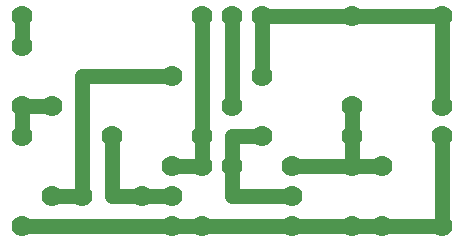
<source format=gbl>
G75*
%MOIN*%
%OFA0B0*%
%FSLAX25Y25*%
%IPPOS*%
%LPD*%
%AMOC8*
5,1,8,0,0,1.08239X$1,22.5*
%
%ADD10C,0.07000*%
%ADD11C,0.05000*%
D10*
X0011271Y0011000D03*
X0021271Y0021000D03*
X0031271Y0021000D03*
X0051271Y0021000D03*
X0061271Y0021000D03*
X0061271Y0011000D03*
X0071271Y0011000D03*
X0071271Y0031000D03*
X0061271Y0031000D03*
X0071271Y0041000D03*
X0081271Y0031000D03*
X0091271Y0041000D03*
X0101271Y0031000D03*
X0101271Y0021000D03*
X0101271Y0011000D03*
X0121271Y0011000D03*
X0131271Y0011000D03*
X0151271Y0011000D03*
X0131271Y0031000D03*
X0121271Y0031000D03*
X0121271Y0041000D03*
X0121271Y0051000D03*
X0091271Y0061000D03*
X0081271Y0051000D03*
X0061271Y0061000D03*
X0071271Y0081000D03*
X0081271Y0081000D03*
X0091271Y0081000D03*
X0121271Y0081000D03*
X0151271Y0081000D03*
X0151271Y0051000D03*
X0151271Y0041000D03*
X0041271Y0041000D03*
X0021271Y0051000D03*
X0011271Y0051000D03*
X0011271Y0041000D03*
X0011271Y0071000D03*
X0011271Y0081000D03*
D11*
X0011271Y0071000D01*
X0031271Y0061000D02*
X0031271Y0021000D01*
X0021271Y0021000D01*
X0011271Y0011000D02*
X0061271Y0011000D01*
X0071271Y0011000D01*
X0101271Y0011000D01*
X0121271Y0011000D01*
X0131271Y0011000D01*
X0151271Y0011000D01*
X0151271Y0041000D01*
X0151271Y0051000D02*
X0151271Y0081000D01*
X0121271Y0081000D01*
X0091271Y0081000D01*
X0091271Y0061000D01*
X0081271Y0051000D02*
X0081271Y0081000D01*
X0071271Y0081000D02*
X0071271Y0041000D01*
X0071271Y0031000D01*
X0061271Y0031000D01*
X0061271Y0021000D02*
X0051271Y0021000D01*
X0041271Y0021000D01*
X0041271Y0041000D01*
X0021271Y0051000D02*
X0011271Y0051000D01*
X0011271Y0041000D01*
X0031271Y0061000D02*
X0031271Y0061000D01*
X0061271Y0061000D01*
X0081271Y0041000D02*
X0091271Y0041000D01*
X0081271Y0041000D02*
X0081271Y0031000D01*
X0081271Y0021000D01*
X0101271Y0021000D01*
X0101271Y0031000D02*
X0121271Y0031000D01*
X0131271Y0031000D01*
X0121271Y0031000D02*
X0121271Y0041000D01*
X0121271Y0051000D01*
M02*

</source>
